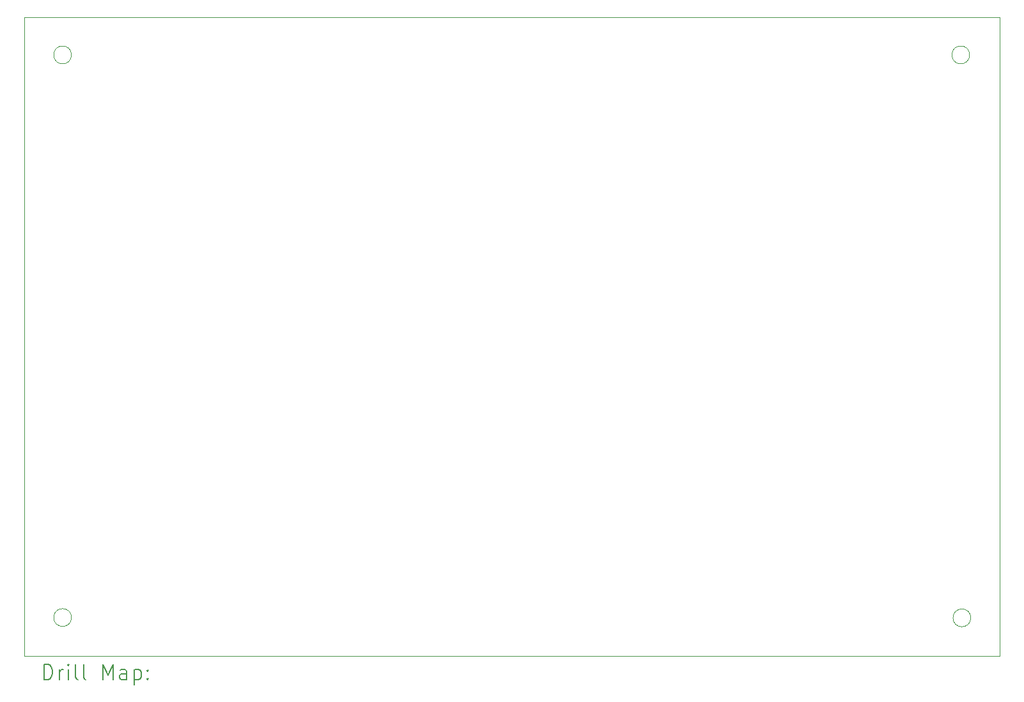
<source format=gbr>
%TF.GenerationSoftware,KiCad,Pcbnew,8.0.8*%
%TF.CreationDate,2025-03-04T16:09:27+01:00*%
%TF.ProjectId,PCB Symphonie,50434220-5379-46d7-9068-6f6e69652e6b,rev?*%
%TF.SameCoordinates,Original*%
%TF.FileFunction,Drillmap*%
%TF.FilePolarity,Positive*%
%FSLAX45Y45*%
G04 Gerber Fmt 4.5, Leading zero omitted, Abs format (unit mm)*
G04 Created by KiCad (PCBNEW 8.0.8) date 2025-03-04 16:09:27*
%MOMM*%
%LPD*%
G01*
G04 APERTURE LIST*
%ADD10C,0.050000*%
%ADD11C,0.200000*%
G04 APERTURE END LIST*
D10*
X25492600Y-3804640D02*
G75*
G02*
X25256600Y-3804640I-118000J0D01*
G01*
X25256600Y-3804640D02*
G75*
G02*
X25492600Y-3804640I118000J0D01*
G01*
X13595240Y-3805200D02*
G75*
G02*
X13359240Y-3805200I-118000J0D01*
G01*
X13359240Y-3805200D02*
G75*
G02*
X13595240Y-3805200I118000J0D01*
G01*
X25507560Y-11267160D02*
G75*
G02*
X25271560Y-11267160I-118000J0D01*
G01*
X25271560Y-11267160D02*
G75*
G02*
X25507560Y-11267160I118000J0D01*
G01*
X12974000Y-3302000D02*
X25888000Y-3302000D01*
X25888000Y-11770000D01*
X12974000Y-11770000D01*
X12974000Y-3302000D01*
X13595520Y-11262360D02*
G75*
G02*
X13359520Y-11262360I-118000J0D01*
G01*
X13359520Y-11262360D02*
G75*
G02*
X13595520Y-11262360I118000J0D01*
G01*
D11*
X13232277Y-12083984D02*
X13232277Y-11883984D01*
X13232277Y-11883984D02*
X13279896Y-11883984D01*
X13279896Y-11883984D02*
X13308467Y-11893508D01*
X13308467Y-11893508D02*
X13327515Y-11912555D01*
X13327515Y-11912555D02*
X13337039Y-11931603D01*
X13337039Y-11931603D02*
X13346562Y-11969698D01*
X13346562Y-11969698D02*
X13346562Y-11998269D01*
X13346562Y-11998269D02*
X13337039Y-12036365D01*
X13337039Y-12036365D02*
X13327515Y-12055412D01*
X13327515Y-12055412D02*
X13308467Y-12074460D01*
X13308467Y-12074460D02*
X13279896Y-12083984D01*
X13279896Y-12083984D02*
X13232277Y-12083984D01*
X13432277Y-12083984D02*
X13432277Y-11950650D01*
X13432277Y-11988746D02*
X13441801Y-11969698D01*
X13441801Y-11969698D02*
X13451324Y-11960174D01*
X13451324Y-11960174D02*
X13470372Y-11950650D01*
X13470372Y-11950650D02*
X13489420Y-11950650D01*
X13556086Y-12083984D02*
X13556086Y-11950650D01*
X13556086Y-11883984D02*
X13546562Y-11893508D01*
X13546562Y-11893508D02*
X13556086Y-11903031D01*
X13556086Y-11903031D02*
X13565610Y-11893508D01*
X13565610Y-11893508D02*
X13556086Y-11883984D01*
X13556086Y-11883984D02*
X13556086Y-11903031D01*
X13679896Y-12083984D02*
X13660848Y-12074460D01*
X13660848Y-12074460D02*
X13651324Y-12055412D01*
X13651324Y-12055412D02*
X13651324Y-11883984D01*
X13784658Y-12083984D02*
X13765610Y-12074460D01*
X13765610Y-12074460D02*
X13756086Y-12055412D01*
X13756086Y-12055412D02*
X13756086Y-11883984D01*
X14013229Y-12083984D02*
X14013229Y-11883984D01*
X14013229Y-11883984D02*
X14079896Y-12026841D01*
X14079896Y-12026841D02*
X14146562Y-11883984D01*
X14146562Y-11883984D02*
X14146562Y-12083984D01*
X14327515Y-12083984D02*
X14327515Y-11979222D01*
X14327515Y-11979222D02*
X14317991Y-11960174D01*
X14317991Y-11960174D02*
X14298943Y-11950650D01*
X14298943Y-11950650D02*
X14260848Y-11950650D01*
X14260848Y-11950650D02*
X14241801Y-11960174D01*
X14327515Y-12074460D02*
X14308467Y-12083984D01*
X14308467Y-12083984D02*
X14260848Y-12083984D01*
X14260848Y-12083984D02*
X14241801Y-12074460D01*
X14241801Y-12074460D02*
X14232277Y-12055412D01*
X14232277Y-12055412D02*
X14232277Y-12036365D01*
X14232277Y-12036365D02*
X14241801Y-12017317D01*
X14241801Y-12017317D02*
X14260848Y-12007793D01*
X14260848Y-12007793D02*
X14308467Y-12007793D01*
X14308467Y-12007793D02*
X14327515Y-11998269D01*
X14422753Y-11950650D02*
X14422753Y-12150650D01*
X14422753Y-11960174D02*
X14441801Y-11950650D01*
X14441801Y-11950650D02*
X14479896Y-11950650D01*
X14479896Y-11950650D02*
X14498943Y-11960174D01*
X14498943Y-11960174D02*
X14508467Y-11969698D01*
X14508467Y-11969698D02*
X14517991Y-11988746D01*
X14517991Y-11988746D02*
X14517991Y-12045888D01*
X14517991Y-12045888D02*
X14508467Y-12064936D01*
X14508467Y-12064936D02*
X14498943Y-12074460D01*
X14498943Y-12074460D02*
X14479896Y-12083984D01*
X14479896Y-12083984D02*
X14441801Y-12083984D01*
X14441801Y-12083984D02*
X14422753Y-12074460D01*
X14603705Y-12064936D02*
X14613229Y-12074460D01*
X14613229Y-12074460D02*
X14603705Y-12083984D01*
X14603705Y-12083984D02*
X14594182Y-12074460D01*
X14594182Y-12074460D02*
X14603705Y-12064936D01*
X14603705Y-12064936D02*
X14603705Y-12083984D01*
X14603705Y-11960174D02*
X14613229Y-11969698D01*
X14613229Y-11969698D02*
X14603705Y-11979222D01*
X14603705Y-11979222D02*
X14594182Y-11969698D01*
X14594182Y-11969698D02*
X14603705Y-11960174D01*
X14603705Y-11960174D02*
X14603705Y-11979222D01*
M02*

</source>
